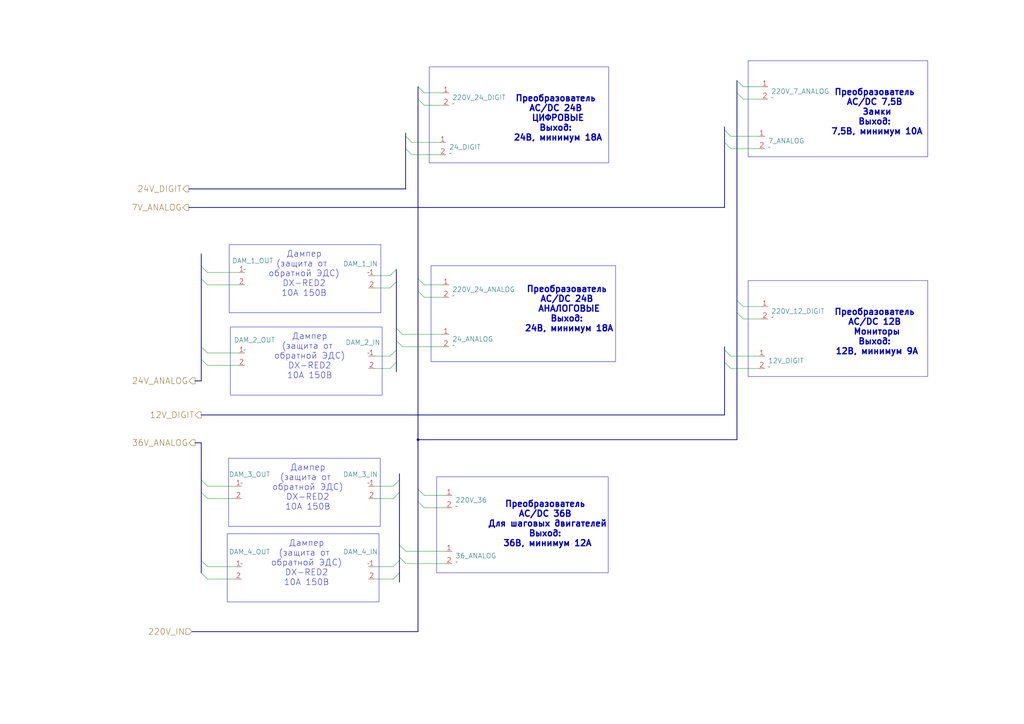
<source format=kicad_sch>
(kicad_sch (version 20231120) (generator "eeschema") (generator_version "8.0")
  (paper "A3")
  (lib_symbols
    (symbol "Connector:Conn_01x02_(wide)"
      (property "Reference" "J" (at 0 0 0))
      (symbol "Conn_01x02_(wide)_1_1"
        (pin input line (at -2.54 -5.08 0) (length 2.54) (name "") (number "1"))
        (pin input line (at -2.54 -10.16 0) (length 2.54) (name "") (number "2"))
      )
    )
  )
  (junction (at 171.45 180.34))
  (bus_entry (at 171.45 119.38) (size 2.54 2.54))
  (bus_entry (at 163.83 196.85) (size -2.54 2.54))
  (bus_entry (at 302.26 33.02) (size 2.54 2.54))
  (bus_entry (at 163.83 201.93) (size -2.54 2.54))
  (bus_entry (at 297.18 53.34) (size 2.54 2.54))
  (bus_entry (at 166.37 60.96) (size 2.54 2.54))
  (bus_entry (at 297.18 143.51) (size 2.54 2.54))
  (bus_entry (at 82.55 142.24) (size 2.54 2.54))
  (bus_entry (at 171.45 114.3) (size 2.54 2.54))
  (bus_entry (at 163.83 228.6) (size 2.54 2.54))
  (bus_entry (at 82.55 114.3) (size 2.54 2.54))
  (bus_entry (at 171.45 205.74) (size 2.54 2.54))
  (bus_entry (at 162.56 115.57) (size -2.54 2.54))
  (bus_entry (at 162.56 143.51) (size -2.54 2.54))
  (bus_entry (at 82.55 196.85) (size 2.54 2.54))
  (bus_entry (at 82.55 147.32) (size 2.54 2.54))
  (bus_entry (at 82.55 234.95) (size 2.54 2.54))
  (bus_entry (at 163.83 234.95) (size -2.54 2.54))
  (bus_entry (at 166.37 55.88) (size 2.54 2.54))
  (bus_entry (at 171.45 200.66) (size 2.54 2.54))
  (bus_entry (at 82.55 201.93) (size 2.54 2.54))
  (bus_entry (at 171.45 40.64) (size 2.54 2.54))
  (bus_entry (at 297.18 58.42) (size 2.54 2.54))
  (bus_entry (at 297.18 148.59) (size 2.54 2.54))
  (bus_entry (at 162.56 148.59) (size -2.54 2.54))
  (bus_entry (at 302.26 38.1) (size 2.54 2.54))
  (bus_entry (at 171.45 35.56) (size 2.54 2.54))
  (bus_entry (at 302.26 128.27) (size 2.54 2.54))
  (bus_entry (at 163.83 223.52) (size 2.54 2.54))
  (bus_entry (at 82.55 229.87) (size 2.54 2.54))
  (bus_entry (at 302.26 123.19) (size 2.54 2.54))
  (bus_entry (at 82.55 109.22) (size 2.54 2.54))
  (bus_entry (at 162.56 139.7) (size 2.54 2.54))
  (bus_entry (at 162.56 134.62) (size 2.54 2.54))
  (bus_entry (at 162.56 110.49) (size -2.54 2.54))
  (bus_entry (at 163.83 229.87) (size -2.54 2.54))
  (wire (pts (xy 153.67 151.13) (xy 160.02 151.13)))
  (bus (pts (xy 162.56 134.62) (xy 162.56 139.7)))
  (wire (pts (xy 153.67 113.03) (xy 160.02 113.03)))
  (bus (pts (xy 171.45 40.64) (xy 171.45 114.3)))
  (bus (pts (xy 82.55 104.14) (xy 82.55 109.22)))
  (wire (pts (xy 173.99 38.1) (xy 181.61 38.1)))
  (wire (pts (xy 299.72 55.88) (xy 311.15 55.88)))
  (bus (pts (xy 171.45 205.74) (xy 171.45 259.08)))
  (bus (pts (xy 302.26 123.19) (xy 302.26 128.27)))
  (wire (pts (xy 168.91 58.42) (xy 180.34 58.42)))
  (bus (pts (xy 302.26 33.02) (xy 302.26 38.1)))
  (bus (pts (xy 302.26 38.1) (xy 302.26 123.19)))
  (wire (pts (xy 304.8 125.73) (xy 312.42 125.73)))
  (wire (pts (xy 166.37 226.06) (xy 182.88 226.06)))
  (wire (pts (xy 153.67 204.47) (xy 161.29 204.47)))
  (wire (pts (xy 85.09 111.76) (xy 97.79 111.76)))
  (bus (pts (xy 163.83 196.85) (xy 163.83 201.93)))
  (bus (pts (xy 77.47 85.09) (xy 297.18 85.09)))
  (bus (pts (xy 82.55 196.85) (xy 82.55 201.93)))
  (bus (pts (xy 80.01 181.61) (xy 82.55 181.61)))
  (wire (pts (xy 85.09 116.84) (xy 97.79 116.84)))
  (wire (pts (xy 85.09 237.49) (xy 96.52 237.49)))
  (bus (pts (xy 163.83 194.31) (xy 163.83 196.85)))
  (bus (pts (xy 82.55 142.24) (xy 82.55 147.32)))
  (wire (pts (xy 153.67 118.11) (xy 160.02 118.11)))
  (wire (pts (xy 85.09 204.47) (xy 96.52 204.47)))
  (bus (pts (xy 297.18 53.34) (xy 297.18 58.42)))
  (bus (pts (xy 163.83 228.6) (xy 163.83 229.87)))
  (bus (pts (xy 297.18 143.51) (xy 297.18 148.59)))
  (wire (pts (xy 304.8 40.64) (xy 312.42 40.64)))
  (bus (pts (xy 297.18 58.42) (xy 297.18 85.09)))
  (bus (pts (xy 77.47 77.47) (xy 166.37 77.47)))
  (wire (pts (xy 304.8 35.56) (xy 312.42 35.56)))
  (bus (pts (xy 82.55 114.3) (xy 82.55 142.24)))
  (wire (pts (xy 304.8 130.81) (xy 312.42 130.81)))
  (bus (pts (xy 166.37 60.96) (xy 166.37 77.47)))
  (wire (pts (xy 153.67 232.41) (xy 161.29 232.41)))
  (wire (pts (xy 85.09 144.78) (xy 97.79 144.78)))
  (bus (pts (xy 297.18 52.07) (xy 297.18 53.34)))
  (bus (pts (xy 162.56 110.49) (xy 162.56 115.57)))
  (bus (pts (xy 82.55 229.87) (xy 82.55 201.93)))
  (wire (pts (xy 165.1 142.24) (xy 181.61 142.24)))
  (bus (pts (xy 163.83 234.95) (xy 163.83 238.76)))
  (bus (pts (xy 171.45 180.34) (xy 171.45 200.66)))
  (bus (pts (xy 82.55 234.95) (xy 82.55 229.87)))
  (wire (pts (xy 153.67 199.39) (xy 161.29 199.39)))
  (bus (pts (xy 166.37 54.61) (xy 166.37 55.88)))
  (wire (pts (xy 173.99 121.92) (xy 181.61 121.92)))
  (bus (pts (xy 82.55 109.22) (xy 82.55 114.3)))
  (wire (pts (xy 168.91 63.5) (xy 180.34 63.5)))
  (wire (pts (xy 85.09 149.86) (xy 97.79 149.86)))
  (wire (pts (xy 165.1 137.16) (xy 181.61 137.16)))
  (bus (pts (xy 171.45 114.3) (xy 171.45 119.38)))
  (bus (pts (xy 163.83 223.52) (xy 163.83 228.6)))
  (wire (pts (xy 173.99 116.84) (xy 181.61 116.84)))
  (wire (pts (xy 85.09 232.41) (xy 96.52 232.41)))
  (wire (pts (xy 153.67 146.05) (xy 160.02 146.05)))
  (bus (pts (xy 80.01 156.21) (xy 82.55 156.21)))
  (bus (pts (xy 163.83 229.87) (xy 163.83 234.95)))
  (wire (pts (xy 173.99 203.2) (xy 182.88 203.2)))
  (wire (pts (xy 85.09 199.39) (xy 96.52 199.39)))
  (wire (pts (xy 153.67 237.49) (xy 161.29 237.49)))
  (wire (pts (xy 299.72 60.96) (xy 311.15 60.96)))
  (bus (pts (xy 297.18 148.59) (xy 297.18 170.18)))
  (bus (pts (xy 302.26 180.34) (xy 171.45 180.34)))
  (bus (pts (xy 171.45 259.08) (xy 78.74 259.08)))
  (bus (pts (xy 162.56 115.57) (xy 162.56 134.62)))
  (wire (pts (xy 299.72 151.13) (xy 311.15 151.13)))
  (bus (pts (xy 171.45 35.56) (xy 171.45 40.64)))
  (wire (pts (xy 173.99 208.28) (xy 182.88 208.28)))
  (bus (pts (xy 302.26 128.27) (xy 302.26 180.34)))
  (bus (pts (xy 171.45 200.66) (xy 171.45 205.74)))
  (wire (pts (xy 299.72 146.05) (xy 311.15 146.05)))
  (bus (pts (xy 163.83 201.93) (xy 163.83 223.52)))
  (wire (pts (xy 173.99 43.18) (xy 181.61 43.18)))
  (bus (pts (xy 82.55 170.18) (xy 297.18 170.18)))
  (bus (pts (xy 162.56 143.51) (xy 162.56 148.59)))
  (wire (pts (xy 166.37 231.14) (xy 182.88 231.14)))
  (bus (pts (xy 162.56 139.7) (xy 162.56 143.51)))
  (bus (pts (xy 82.55 196.85) (xy 82.55 181.61)))
  (bus (pts (xy 162.56 148.59) (xy 162.56 152.4)))
  (bus (pts (xy 82.55 147.32) (xy 82.55 156.21)))
  (bus (pts (xy 297.18 142.24) (xy 297.18 143.51)))
  (bus (pts (xy 171.45 119.38) (xy 171.45 180.34)))
  (bus (pts (xy 166.37 55.88) (xy 166.37 60.96)))
  (rectangle (start 93.98 100.33) (end 156.21 128.27))
  (rectangle (start 176.784 108.966) (end 252.476 148.336))
  (rectangle (start 176.022 27.432) (end 249.682 66.802))
  (rectangle (start 94.488 134.112) (end 156.718 162.052))
  (rectangle (start 93.726 187.96) (end 155.956 215.9))
  (rectangle (start 93.218 218.948) (end 155.448 246.888))
  (rectangle (start 306.832 24.892) (end 380.492 64.262))
  (rectangle (start 179.07 195.58) (end 249.428 234.95))
  (rectangle (start 306.832 115.062) (end 380.492 154.432))
  (text "Преобразователь \nAC/DC 24В \nЦИФРОВЫЕ\nВыход: \n24В, минимум 18А" (at 228.854 48.514 0) (effects (font (size 2.5 2.5) (thickness 0.5) (bold yes))))
  (text "Преобразователь \nAC/DC 7,5В \nЗамки\nВыход: \n7,5В, минимум 10А" (at 359.664 45.974 0) (effects (font (size 2.5 2.5) (thickness 0.5) (bold yes))))
  (text "Преобразователь \nAC/DC 12В \nМониторы\nВыход: \n12В, минимум 9А" (at 359.664 136.144 0) (effects (font (size 2.5 2.5) (thickness 0.5) (bold yes))))
  (text "Дампер\n(защита от \nобратной ЭДС)\nDX-RED2\n10А 150В" (at 127 146.05 0) (effects (font (size 2.5 2.5))))
  (text "Дампер\n(защита от \nобратной ЭДС)\nDX-RED2\n10А 150В" (at 125.73 230.886 0) (effects (font (size 2.5 2.5))))
  (text "Преобразователь \nAC/DC 24В \nАНАЛОГОВЫЕ\nВыход: \n24В, минимум 18А" (at 233.426 126.746 0) (effects (font (size 2.5 2.5) (thickness 0.5) (bold yes))))
  (text "Преобразователь \nAC/DC 36В \nДля шаговых двигателей\nВыход: \n36В, минимум 12А" (at 224.536 214.884 0) (effects (font (size 2.5 2.5) (thickness 0.5) (bold yes))))
  (text "Дампер\n(защита от \nобратной ЭДС)\nDX-RED2\n10А 150В" (at 124.714 112.268 0) (effects (font (size 2.5 2.5))))
  (text "Дампер\n(защита от \nобратной ЭДС)\nDX-RED2\n10А 150В" (at 126.238 199.898 0) (effects (font (size 2.5 2.5))))
  (hierarchical_label "7V_ANALOG" (shape output) (at 77.47 85.09 180) (effects (font (size 2.5 2.5))))
  (hierarchical_label "220V_IN" (shape input) (at 78.74 259.08 180) (effects (font (size 2.5 2.5))))
  (hierarchical_label "12V_DIGIT" (shape output) (at 82.55 170.18 180) (effects (font (size 2.5 2.5))))
  (hierarchical_label "24V_ANALOG" (shape output) (at 80.01 156.21 180) (effects (font (size 2.5 2.5))))
  (hierarchical_label "36V_ANALOG" (shape output) (at 80.01 181.61 180) (effects (font (size 2.5 2.5))))
  (hierarchical_label "24V_DIGIT" (shape output) (at 77.47 77.47 180) (effects (font (size 2.5 2.5))))
  (symbol (lib_id "Connector:Conn_01x02_(wide)") (at 313.69 140.97 0) (unit 1)
    (property "Reference" "12V_DIGIT" (at 314.96 147.9549 0) (effects (font (size 2 2)) (justify left)))
    (property "Value" "~" (at 314.96 150.495 0) (effects (justify left)))
  )
  (symbol (lib_id "Connector:Conn_01x02_(wide)") (at 100.33 139.7 0) (unit 1)
    (property "Reference" "DAM_2_OUT" (at 104.394 139.446 0) (effects (font (size 2 2))))
    (property "Value" "~" (at 100.33 143.51 0))
  )
  (symbol (lib_id "Connector:Conn_01x02_(wide)") (at 182.88 53.34 0) (unit 1)
    (property "Reference" "24_DIGIT" (at 184.15 60.3249 0) (effects (font (size 2 2)) (justify left)))
    (property "Value" "~" (at 184.15 62.865 0) (effects (justify left)))
  )
  (symbol (lib_id "Connector:Conn_01x02_(wide)") (at 99.06 194.31 0) (unit 1)
    (property "Reference" "DAM_3_OUT" (at 102.362 194.564 0) (effects (font (size 2 2))))
    (property "Value" "~" (at 99.06 198.12 0))
  )
  (symbol (lib_id "Connector:Conn_01x02_(wide)") (at 313.69 50.8 0) (unit 1)
    (property "Reference" "7_ANALOG" (at 314.96 57.7849 0) (effects (font (size 2 2)) (justify left)))
    (property "Value" "~" (at 314.96 60.325 0) (effects (justify left)))
  )
  (symbol (lib_id "Connector:Conn_01x02_(wide)") (at 100.33 106.68 0) (unit 1)
    (property "Reference" "DAM_1_OUT" (at 103.632 106.934 0) (effects (font (size 2 2))))
    (property "Value" "~" (at 100.33 110.49 0))
  )
  (symbol (lib_id "Connector:Conn_01x02_(wide)") (at 151.13 227.33 0) (mirror y) (unit 1)
    (property "Reference" "DAM_4_IN" (at 147.828 226.314 0) (effects (font (size 2 2))))
    (property "Value" "~" (at 151.13 231.14 0))
  )
  (symbol (lib_id "Connector:Conn_01x02_(wide)") (at 151.13 194.31 0) (mirror y) (unit 1)
    (property "Reference" "DAM_3_IN" (at 147.828 194.564 0) (effects (font (size 2 2))))
    (property "Value" "~" (at 151.13 198.12 0))
  )
  (symbol (lib_id "Connector:Conn_01x02_(wide)") (at 99.06 227.33 0) (unit 1)
    (property "Reference" "DAM_4_OUT" (at 102.362 226.314 0) (effects (font (size 2 2))))
    (property "Value" "~" (at 99.06 231.14 0))
  )
  (symbol (lib_id "Connector:Conn_01x02_(wide)") (at 184.15 111.76 0) (unit 1)
    (property "Reference" "220V_24_ANALOG" (at 185.42 118.7449 0) (effects (font (size 2 2)) (justify left)))
    (property "Value" "~" (at 185.42 121.285 0) (effects (justify left)))
  )
  (symbol (lib_id "Connector:Conn_01x02_(wide)") (at 184.15 33.02 0) (unit 1)
    (property "Reference" "220V_24_DIGIT" (at 185.42 40.0049 0) (effects (font (size 2 2)) (justify left)))
    (property "Value" "~" (at 185.42 42.545 0) (effects (justify left)))
  )
  (symbol (lib_id "Connector:Conn_01x02_(wide)") (at 185.42 198.12 0) (unit 1)
    (property "Reference" "220V_36" (at 186.69 205.1049 0) (effects (font (size 2 2)) (justify left)))
    (property "Value" "~" (at 186.69 207.645 0) (effects (justify left)))
  )
  (symbol (lib_id "Connector:Conn_01x02_(wide)") (at 314.96 120.65 0) (unit 1)
    (property "Reference" "220V_12_DIGIT" (at 316.23 127.6349 0) (effects (font (size 2 2)) (justify left)))
    (property "Value" "~" (at 316.23 130.175 0) (effects (justify left)))
  )
  (symbol (lib_id "Connector:Conn_01x02_(wide)") (at 151.13 107.95 0) (mirror y) (unit 1)
    (property "Reference" "DAM_1_IN" (at 147.828 108.204 0) (effects (font (size 2 2))))
    (property "Value" "~" (at 151.13 111.76 0))
  )
  (symbol (lib_id "Connector:Conn_01x02_(wide)") (at 151.13 140.97 0) (mirror y) (unit 1)
    (property "Reference" "DAM_2_IN" (at 148.844 140.462 0) (effects (font (size 2 2))))
    (property "Value" "~" (at 151.13 144.78 0))
  )
  (symbol (lib_id "Connector:Conn_01x02_(wide)") (at 314.96 30.48 0) (unit 1)
    (property "Reference" "220V_7_ANALOG" (at 316.23 37.4649 0) (effects (font (size 2 2)) (justify left)))
    (property "Value" "~" (at 316.23 40.005 0) (effects (justify left)))
  )
  (symbol (lib_id "Connector:Conn_01x02_(wide)") (at 185.42 220.98 0) (unit 1)
    (property "Reference" "36_ANALOG" (at 186.69 227.9649 0) (effects (font (size 2 2)) (justify left)))
    (property "Value" "~" (at 186.69 230.505 0) (effects (justify left)))
  )
  (symbol (lib_id "Connector:Conn_01x02_(wide)") (at 184.15 132.08 0) (unit 1)
    (property "Reference" "24_ANALOG" (at 185.42 139.0649 0) (effects (font (size 2 2)) (justify left)))
    (property "Value" "~" (at 185.42 141.605 0) (effects (justify left)))
  )
)
</source>
